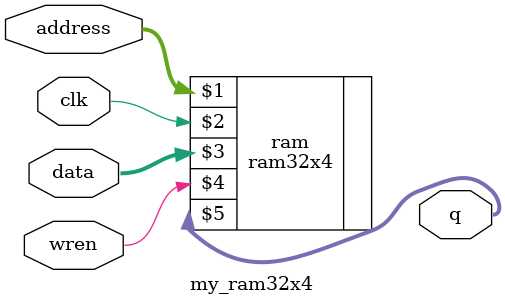
<source format=v>
module my_ram32x4(input [4:0] address,
						input clk,	
						input [3:0] data,
						input wren,
						output [3:0] q);
						
	// 1 portowa pamięć ram, 32 adresy, 4 bitowe dane
	// 5 bitowa szyna danych, 4 bitowa szyna adresowa
	ram32x4 ram(address, clk, data, wren, q);
	
endmodule

</source>
